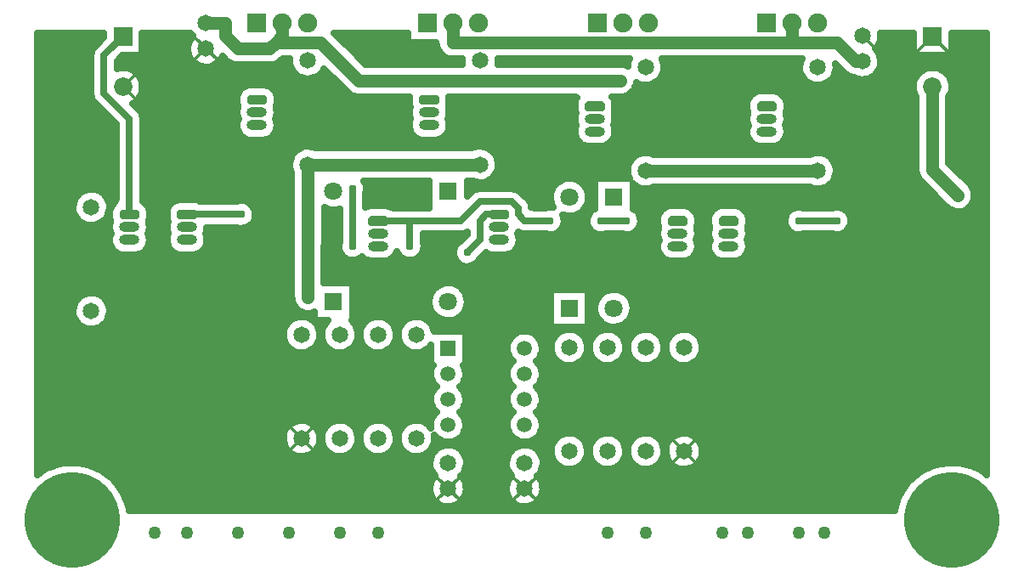
<source format=gbl>
G04 DipTrace 2.4.0.2*
%INClassBRevB.gbl*%
%MOIN*%
%ADD13C,0.025*%
%ADD14C,0.05*%
%ADD15C,0.013*%
%ADD16R,0.0728X0.0728*%
%ADD17C,0.0728*%
%ADD18C,0.065*%
%ADD19R,0.0709X0.0709*%
%ADD20C,0.0709*%
%ADD21C,0.375*%
%ADD22R,0.0748X0.0748*%
%ADD23C,0.0748*%
%ADD24O,0.0787X0.0394*%
%ADD25R,0.0591X0.0591*%
%ADD26C,0.0591*%
%ADD27C,0.031*%
%FSLAX44Y44*%
G04*
G70*
G90*
G75*
G01*
%LNBottom*%
%LPD*%
X-1250Y13000D2*
D14*
X-500D1*
Y12500D1*
X0Y12000D1*
X1250D1*
X1500Y12250D1*
X1750Y12500D1*
Y13000D1*
X1500Y12250D2*
X3250D1*
X4750Y10750D1*
X15000D1*
X-4500Y12484D2*
D13*
X-5250Y11734D1*
Y10250D1*
X-4250Y9250D1*
Y5500D1*
X9000Y4000D2*
X9500Y4500D1*
Y5250D1*
X9750Y5500D1*
X10250D1*
X141D2*
X-2000D1*
X24500Y11500D2*
D14*
X24250D1*
X23500Y12250D1*
X21862D1*
X21750Y12362D1*
Y13000D1*
X21862Y12250D2*
X8420D1*
Y13000D1*
X15250Y5250D2*
D13*
X14250D1*
X12250D2*
X11250D1*
X11000Y5500D1*
Y5750D1*
X10750Y6000D1*
X9500D1*
X8750Y5250D1*
X6750D1*
X5500D1*
X22000D2*
X23500D1*
X6750Y4250D2*
Y5250D1*
X28250Y6250D2*
D14*
X27250Y7250D1*
Y10516D1*
X4500Y4250D2*
D13*
Y6500D1*
X2750Y7463D2*
D14*
X9500D1*
X2750D2*
Y2250D1*
X16000Y7213D2*
X22750D1*
D27*
X15000Y10750D3*
X9000Y4000D3*
X141Y5500D3*
X15250Y5250D3*
X14250D3*
X12250D3*
X22000D3*
X23500D3*
X6750Y4250D3*
X28250Y6250D3*
X4500Y4250D3*
Y6500D3*
X2750Y2250D3*
X-7850Y12376D2*
D13*
X-5355D1*
X-3727D2*
X-1879D1*
X4046D2*
X6637D1*
X25222D2*
X26477D1*
X28023D2*
X29352D1*
X-7850Y12128D2*
X-5601D1*
X-3727D2*
X-1972D1*
X4296D2*
X7774D1*
X25129D2*
X26477D1*
X28023D2*
X29352D1*
X-7850Y11879D2*
X-5765D1*
X-3727D2*
X-1976D1*
X4543D2*
X7879D1*
X25125D2*
X26477D1*
X28023D2*
X29352D1*
X-7850Y11630D2*
X-5785D1*
X-4610D2*
X-1882D1*
X4793D2*
X8258D1*
X25222D2*
X29352D1*
X-7850Y11382D2*
X-5785D1*
X-4715D2*
X-1625D1*
X-875D2*
X-168D1*
X1418D2*
X2032D1*
X15089D2*
X15270D1*
X16730D2*
X22020D1*
X25226D2*
X29352D1*
X-7850Y11133D2*
X-5785D1*
X-4051D2*
X2141D1*
X3359D2*
X3446D1*
X16718D2*
X22032D1*
X23468D2*
X23696D1*
X25132D2*
X26801D1*
X27699D2*
X29352D1*
X-7850Y10884D2*
X-5785D1*
X-3825D2*
X2446D1*
X3054D2*
X3692D1*
X16609D2*
X22141D1*
X23359D2*
X24071D1*
X24879D2*
X26575D1*
X27925D2*
X29352D1*
X-7850Y10635D2*
X-5785D1*
X-3735D2*
X3942D1*
X16304D2*
X22446D1*
X23054D2*
X26485D1*
X28015D2*
X29352D1*
X-7850Y10387D2*
X-5785D1*
X-3739D2*
X75D1*
X1425D2*
X4192D1*
X15546D2*
X26489D1*
X28011D2*
X29352D1*
X-7850Y10138D2*
X-5773D1*
X-3829D2*
X-50D1*
X1550D2*
X4555D1*
X15195D2*
X20079D1*
X21421D2*
X26579D1*
X27921D2*
X29352D1*
X-7850Y9889D2*
X-5636D1*
X-4063D2*
X-54D1*
X1554D2*
X6696D1*
X8304D2*
X13200D1*
X14800D2*
X19950D1*
X21550D2*
X26590D1*
X27910D2*
X29352D1*
X-7850Y9641D2*
X-5386D1*
X-3895D2*
X-35D1*
X1535D2*
X6715D1*
X8285D2*
X13196D1*
X14804D2*
X19946D1*
X21554D2*
X26590D1*
X27910D2*
X29352D1*
X-7850Y9392D2*
X-5136D1*
X-3735D2*
X-43D1*
X1543D2*
X6707D1*
X8293D2*
X13215D1*
X14785D2*
X19965D1*
X21535D2*
X26590D1*
X27910D2*
X29352D1*
X-7850Y9143D2*
X-4890D1*
X-3715D2*
X-35D1*
X1535D2*
X6715D1*
X8285D2*
X13207D1*
X14793D2*
X19957D1*
X21543D2*
X26590D1*
X27910D2*
X29352D1*
X-7850Y8895D2*
X-4785D1*
X-3715D2*
X-43D1*
X1543D2*
X6707D1*
X8293D2*
X13215D1*
X14785D2*
X19965D1*
X21535D2*
X26590D1*
X27910D2*
X29352D1*
X-7850Y8646D2*
X-4785D1*
X-3715D2*
X67D1*
X1433D2*
X6817D1*
X8183D2*
X13207D1*
X14793D2*
X19957D1*
X21543D2*
X26590D1*
X27910D2*
X29352D1*
X-7850Y8397D2*
X-4785D1*
X-3715D2*
X13317D1*
X14683D2*
X20067D1*
X21433D2*
X26590D1*
X27910D2*
X29352D1*
X-7850Y8149D2*
X-4785D1*
X-3715D2*
X2543D1*
X2957D2*
X9293D1*
X9707D2*
X26590D1*
X27910D2*
X29352D1*
X-7850Y7900D2*
X-4785D1*
X-3715D2*
X2164D1*
X10086D2*
X15797D1*
X16203D2*
X22547D1*
X22953D2*
X26590D1*
X27910D2*
X29352D1*
X-7850Y7651D2*
X-4785D1*
X-3715D2*
X2039D1*
X10211D2*
X15418D1*
X23332D2*
X26590D1*
X27910D2*
X29352D1*
X-7850Y7403D2*
X-4785D1*
X-3715D2*
X2016D1*
X10234D2*
X15289D1*
X23461D2*
X26590D1*
X28019D2*
X29352D1*
X-7850Y7154D2*
X-4785D1*
X-3715D2*
X2086D1*
X10164D2*
X15266D1*
X23484D2*
X26598D1*
X28269D2*
X29352D1*
X-7850Y6905D2*
X-4785D1*
X-3715D2*
X2090D1*
X9964D2*
X12860D1*
X13139D2*
X13985D1*
X23414D2*
X26692D1*
X28519D2*
X29352D1*
X-7850Y6656D2*
X-4785D1*
X-3715D2*
X2090D1*
X5043D2*
X7485D1*
X9015D2*
X12414D1*
X13586D2*
X13985D1*
X23214D2*
X26922D1*
X28761D2*
X29352D1*
X-7850Y6408D2*
X-6121D1*
X-5379D2*
X-4785D1*
X-3715D2*
X2090D1*
X5058D2*
X7485D1*
X9015D2*
X9168D1*
X11082D2*
X12274D1*
X13726D2*
X13985D1*
X15515D2*
X27168D1*
X28890D2*
X29352D1*
X-7850Y6159D2*
X-6379D1*
X-5121D2*
X-4785D1*
X-3715D2*
X2090D1*
X5035D2*
X7485D1*
X11336D2*
X12235D1*
X13765D2*
X13985D1*
X15515D2*
X27418D1*
X28902D2*
X29352D1*
X-7850Y5910D2*
X-6472D1*
X-5028D2*
X-4903D1*
X-3598D2*
X-2652D1*
X515D2*
X2090D1*
X5035D2*
X7485D1*
X11507D2*
X12286D1*
X13714D2*
X13985D1*
X15515D2*
X27668D1*
X28812D2*
X29352D1*
X-7850Y5662D2*
X-6472D1*
X-3454D2*
X-2796D1*
X679D2*
X2090D1*
X3410D2*
X3965D1*
X13558D2*
X13875D1*
X15625D2*
X16602D1*
X17898D2*
X18602D1*
X19898D2*
X21625D1*
X23875D2*
X27985D1*
X28515D2*
X29352D1*
X-7850Y5413D2*
X-6379D1*
X-3446D2*
X-2804D1*
X699D2*
X2090D1*
X3410D2*
X3965D1*
X12789D2*
X13711D1*
X15789D2*
X16454D1*
X18046D2*
X18454D1*
X20046D2*
X21461D1*
X24039D2*
X29352D1*
X-7850Y5164D2*
X-6113D1*
X-5387D2*
X-5031D1*
X-3469D2*
X-2781D1*
X589D2*
X2090D1*
X3410D2*
X3965D1*
X12808D2*
X13692D1*
X15808D2*
X16446D1*
X18054D2*
X18446D1*
X20054D2*
X21442D1*
X24058D2*
X29352D1*
X-7850Y4916D2*
X-5046D1*
X-3454D2*
X-2796D1*
X-1204D2*
X2090D1*
X3410D2*
X3965D1*
X12699D2*
X13801D1*
X15699D2*
X16469D1*
X18031D2*
X18469D1*
X20031D2*
X21551D1*
X23949D2*
X29352D1*
X-7850Y4667D2*
X-5031D1*
X-3469D2*
X-2781D1*
X-1219D2*
X2090D1*
X3410D2*
X3965D1*
X7285D2*
X8922D1*
X11031D2*
X16454D1*
X18046D2*
X18454D1*
X20046D2*
X29352D1*
X-7850Y4418D2*
X-5046D1*
X-3454D2*
X-2796D1*
X-1204D2*
X2090D1*
X3410D2*
X3961D1*
X7289D2*
X8633D1*
X11046D2*
X16473D1*
X18027D2*
X18473D1*
X20027D2*
X29352D1*
X-7850Y4170D2*
X-4949D1*
X-3551D2*
X-2699D1*
X-1301D2*
X2090D1*
X3410D2*
X3942D1*
X7308D2*
X8461D1*
X10949D2*
X16454D1*
X18046D2*
X18454D1*
X20046D2*
X29352D1*
X-7850Y3921D2*
X-4527D1*
X-3973D2*
X-2277D1*
X-1723D2*
X2090D1*
X3410D2*
X4047D1*
X6203D2*
X6298D1*
X7203D2*
X8442D1*
X9668D2*
X9973D1*
X10527D2*
X16547D1*
X17953D2*
X18547D1*
X19953D2*
X29352D1*
X-7850Y3672D2*
X2090D1*
X3410D2*
X5211D1*
X5789D2*
X8547D1*
X9453D2*
X16961D1*
X17539D2*
X18961D1*
X19539D2*
X29352D1*
X-7850Y3424D2*
X2090D1*
X3410D2*
X29352D1*
X-7850Y3175D2*
X2090D1*
X3410D2*
X29352D1*
X-7850Y2926D2*
X2090D1*
X3410D2*
X29352D1*
X-7850Y2677D2*
X2090D1*
X4515D2*
X7797D1*
X8703D2*
X29352D1*
X-7850Y2429D2*
X2090D1*
X4515D2*
X7575D1*
X8925D2*
X12235D1*
X13765D2*
X14297D1*
X15203D2*
X29352D1*
X-7850Y2180D2*
X-6308D1*
X-5192D2*
X2094D1*
X4515D2*
X7493D1*
X9007D2*
X12235D1*
X13765D2*
X14079D1*
X15421D2*
X29352D1*
X-7850Y1931D2*
X-6449D1*
X-5051D2*
X2176D1*
X4515D2*
X7500D1*
X9000D2*
X12235D1*
X13765D2*
X13993D1*
X15507D2*
X29352D1*
X-7850Y1683D2*
X-6484D1*
X-5016D2*
X2442D1*
X4515D2*
X7598D1*
X8902D2*
X12235D1*
X13765D2*
X14000D1*
X15500D2*
X29352D1*
X-7850Y1434D2*
X-6429D1*
X-5071D2*
X2184D1*
X2816D2*
X2985D1*
X4515D2*
X5184D1*
X5816D2*
X6684D1*
X7316D2*
X7856D1*
X8644D2*
X12235D1*
X13765D2*
X14098D1*
X15402D2*
X29352D1*
X-7850Y1185D2*
X-6250D1*
X-5250D2*
X1887D1*
X3113D2*
X3387D1*
X4613D2*
X4887D1*
X6113D2*
X6387D1*
X7613D2*
X12235D1*
X13765D2*
X14356D1*
X15144D2*
X29352D1*
X-7850Y937D2*
X1782D1*
X7718D2*
X12688D1*
X13312D2*
X14188D1*
X14812D2*
X15688D1*
X16312D2*
X17188D1*
X17812D2*
X29352D1*
X-7850Y688D2*
X1774D1*
X8957D2*
X10704D1*
X11796D2*
X12391D1*
X13609D2*
X13891D1*
X15109D2*
X15391D1*
X16609D2*
X16891D1*
X18109D2*
X29352D1*
X-7850Y439D2*
X1856D1*
X3144D2*
X3356D1*
X4644D2*
X4856D1*
X6144D2*
X6356D1*
X8957D2*
X10571D1*
X11929D2*
X12282D1*
X18218D2*
X29352D1*
X-7850Y191D2*
X2090D1*
X2910D2*
X3590D1*
X4410D2*
X5090D1*
X5910D2*
X6590D1*
X7410D2*
X7544D1*
X8957D2*
X10547D1*
X11953D2*
X12274D1*
X18226D2*
X29352D1*
X-7850Y-58D2*
X7543D1*
X8957D2*
X10618D1*
X11882D2*
X12356D1*
X13644D2*
X13856D1*
X15144D2*
X15356D1*
X16644D2*
X16856D1*
X18144D2*
X29352D1*
X-7850Y-307D2*
X7543D1*
X8957D2*
X10707D1*
X11793D2*
X12586D1*
X13414D2*
X14086D1*
X14914D2*
X15586D1*
X16414D2*
X17086D1*
X17914D2*
X29352D1*
X-7850Y-555D2*
X7575D1*
X8925D2*
X10575D1*
X11925D2*
X29352D1*
X-7850Y-804D2*
X7547D1*
X8953D2*
X10547D1*
X11953D2*
X29352D1*
X-7850Y-1053D2*
X7618D1*
X8882D2*
X10618D1*
X11882D2*
X29352D1*
X-7850Y-1302D2*
X7715D1*
X8785D2*
X10715D1*
X11785D2*
X29352D1*
X-7850Y-1550D2*
X7575D1*
X8925D2*
X10575D1*
X11925D2*
X29352D1*
X-7850Y-1799D2*
X7547D1*
X8953D2*
X10547D1*
X11953D2*
X29352D1*
X-7850Y-2048D2*
X7614D1*
X8886D2*
X10614D1*
X11886D2*
X29352D1*
X-7850Y-2296D2*
X7719D1*
X8781D2*
X10719D1*
X11781D2*
X29352D1*
X-7850Y-2545D2*
X7575D1*
X8925D2*
X10575D1*
X11925D2*
X29352D1*
X-7850Y-2794D2*
X1965D1*
X3035D2*
X3465D1*
X4535D2*
X4965D1*
X6035D2*
X6465D1*
X8953D2*
X10547D1*
X11953D2*
X29352D1*
X-7850Y-3042D2*
X1809D1*
X3191D2*
X3308D1*
X4691D2*
X4808D1*
X6191D2*
X6308D1*
X8890D2*
X10610D1*
X11890D2*
X29352D1*
X-7850Y-3291D2*
X1766D1*
X7734D2*
X7811D1*
X8687D2*
X10813D1*
X11687D2*
X12469D1*
X13531D2*
X13969D1*
X15031D2*
X15469D1*
X16531D2*
X16969D1*
X18031D2*
X29352D1*
X-7850Y-3540D2*
X1813D1*
X3187D2*
X3313D1*
X4687D2*
X4813D1*
X6187D2*
X6313D1*
X7687D2*
X12309D1*
X13691D2*
X13808D1*
X15191D2*
X15308D1*
X16691D2*
X16808D1*
X18191D2*
X29352D1*
X-7850Y-3788D2*
X1973D1*
X3027D2*
X3473D1*
X4527D2*
X4973D1*
X6027D2*
X6473D1*
X7527D2*
X7682D1*
X8812D2*
X10688D1*
X11812D2*
X12266D1*
X18234D2*
X29352D1*
X-7850Y-4037D2*
X7547D1*
X8953D2*
X10547D1*
X11953D2*
X12309D1*
X13691D2*
X13808D1*
X15191D2*
X15308D1*
X16691D2*
X16808D1*
X18191D2*
X29352D1*
X-7850Y-4286D2*
X-6976D1*
X-6024D2*
X7516D1*
X8984D2*
X10516D1*
X11984D2*
X12469D1*
X13531D2*
X13969D1*
X15031D2*
X15469D1*
X16531D2*
X16969D1*
X18031D2*
X27524D1*
X28476D2*
X29352D1*
X-7850Y-4534D2*
X-7640D1*
X-5360D2*
X7575D1*
X8925D2*
X10575D1*
X11925D2*
X26860D1*
X29140D2*
X29352D1*
X-5004Y-4783D2*
X7692D1*
X8808D2*
X10692D1*
X11808D2*
X26504D1*
X-4758Y-5032D2*
X7551D1*
X8949D2*
X10551D1*
X11949D2*
X26258D1*
X-4571Y-5281D2*
X7516D1*
X8984D2*
X10516D1*
X11984D2*
X26071D1*
X-4434Y-5529D2*
X7571D1*
X8929D2*
X10571D1*
X11929D2*
X25934D1*
X-4332Y-5778D2*
X7750D1*
X8750D2*
X10750D1*
X11750D2*
X25832D1*
X-4266Y-6027D2*
X25766D1*
X-3751Y12628D2*
Y11735D1*
X-4528D1*
X-4739Y11524D1*
X-4740Y11223D1*
X-4654Y11249D1*
X-4530Y11264D1*
X-4406Y11259D1*
X-4284Y11233D1*
X-4167Y11187D1*
X-4061Y11122D1*
X-3966Y11041D1*
X-3886Y10945D1*
X-3823Y10837D1*
X-3779Y10720D1*
X-3755Y10598D1*
X-3752Y10466D1*
X-3771Y10342D1*
X-3810Y10224D1*
X-3868Y10113D1*
X-3944Y10014D1*
X-4035Y9928D1*
X-4138Y9860D1*
X-3889Y9611D1*
X-3813Y9512D1*
X-3762Y9398D1*
X-3740Y9250D1*
Y6020D1*
X-3584Y5871D1*
X-3527Y5798D1*
X-3489Y5713D1*
X-3471Y5598D1*
Y5402D1*
X-3489Y5287D1*
X-3492Y5154D1*
X-3471Y5000D1*
X-3485Y4876D1*
X-3530Y4748D1*
X-3492Y4654D1*
X-3471Y4500D1*
X-3485Y4376D1*
X-3524Y4258D1*
X-3588Y4150D1*
X-3673Y4059D1*
X-3776Y3988D1*
X-3891Y3941D1*
X-4014Y3919D1*
X-4447Y3918D1*
X-4533Y3924D1*
X-4653Y3956D1*
X-4765Y4013D1*
X-4861Y4091D1*
X-4939Y4189D1*
X-4994Y4301D1*
X-5023Y4422D1*
X-5027Y4547D1*
X-5003Y4670D1*
X-4971Y4745D1*
X-5023Y4922D1*
X-5027Y5047D1*
X-5003Y5170D1*
X-4984Y5216D1*
X-5011Y5287D1*
X-5029Y5402D1*
Y5598D1*
X-5009Y5721D1*
X-4948Y5834D1*
X-4815Y5971D1*
X-4760Y6125D1*
Y9035D1*
X-5611Y9889D1*
X-5687Y9988D1*
X-5738Y10102D1*
X-5760Y10250D1*
Y11734D1*
X-5745Y11858D1*
X-5700Y11974D1*
X-5611Y12095D1*
X-5249Y12457D1*
X-5250Y12625D1*
X-7875D1*
Y-4707D1*
X-7708Y-4590D1*
X-7490Y-4468D1*
X-7260Y-4372D1*
X-7020Y-4301D1*
X-6774Y-4257D1*
X-6525Y-4240D1*
X-6275Y-4251D1*
X-6028Y-4290D1*
X-5787Y-4355D1*
X-5555Y-4447D1*
X-5334Y-4564D1*
X-5128Y-4704D1*
X-4938Y-4867D1*
X-4767Y-5049D1*
X-4617Y-5250D1*
X-4491Y-5465D1*
X-4389Y-5693D1*
X-4313Y-5931D1*
X-4272Y-6126D1*
X23750Y-6125D1*
X25770D1*
X25833Y-5859D1*
X25917Y-5624D1*
X26026Y-5399D1*
X26160Y-5188D1*
X26316Y-4993D1*
X26493Y-4816D1*
X26688Y-4660D1*
X26899Y-4526D1*
X27124Y-4417D1*
X27359Y-4333D1*
X27602Y-4275D1*
X27850Y-4245D1*
X28100Y-4242D1*
X28349Y-4267D1*
X28593Y-4319D1*
X28830Y-4398D1*
X29057Y-4502D1*
X29271Y-4631D1*
X29376Y-4707D1*
X29375Y12625D1*
X27996D1*
X27999Y12433D1*
Y11735D1*
X26501D1*
X26500Y12625D1*
X25199D1*
X25209Y12475D1*
X25194Y12351D1*
X25157Y12232D1*
X25100Y12121D1*
X25024Y12022D1*
X25003Y12000D1*
X25066Y11928D1*
X25132Y11823D1*
X25179Y11707D1*
X25205Y11585D1*
X25210Y11500D1*
X25199Y11376D1*
X25166Y11255D1*
X25113Y11142D1*
X25041Y11040D1*
X24952Y10953D1*
X24849Y10882D1*
X24735Y10830D1*
X24614Y10799D1*
X24490Y10790D1*
X24366Y10803D1*
X24246Y10837D1*
X24179Y10870D1*
X24006Y10914D1*
X23896Y10973D1*
X23801Y11051D1*
X23450Y11402D1*
X23460Y11287D1*
X23449Y11163D1*
X23416Y11043D1*
X23363Y10930D1*
X23291Y10828D1*
X23202Y10740D1*
X23099Y10669D1*
X22985Y10618D1*
X22864Y10587D1*
X22740Y10578D1*
X22616Y10590D1*
X22496Y10625D1*
X22384Y10679D1*
X22283Y10753D1*
X22196Y10843D1*
X22127Y10947D1*
X22077Y11061D1*
X22048Y11183D1*
X22040Y11307D1*
X22055Y11431D1*
X22091Y11551D1*
X22124Y11617D1*
X19862Y11615D1*
X16632Y11610D1*
X16679Y11494D1*
X16705Y11372D1*
X16710Y11287D1*
X16699Y11163D1*
X16666Y11043D1*
X16613Y10930D1*
X16541Y10828D1*
X16452Y10740D1*
X16349Y10669D1*
X16235Y10618D1*
X16114Y10587D1*
X15990Y10578D1*
X15866Y10590D1*
X15746Y10625D1*
X15630Y10682D1*
X15622Y10623D1*
X15585Y10504D1*
X15526Y10394D1*
X15446Y10298D1*
X15349Y10220D1*
X15239Y10162D1*
X15119Y10126D1*
X14875Y10115D1*
X14668D1*
X14723Y10048D1*
X14761Y9963D1*
X14779Y9848D1*
Y9652D1*
X14761Y9537D1*
X14758Y9404D1*
X14779Y9250D1*
X14765Y9126D1*
X14720Y8998D1*
X14758Y8904D1*
X14779Y8750D1*
X14765Y8626D1*
X14726Y8508D1*
X14662Y8400D1*
X14577Y8309D1*
X14474Y8238D1*
X14359Y8191D1*
X14236Y8169D1*
X13803Y8168D1*
X13717Y8174D1*
X13597Y8206D1*
X13485Y8263D1*
X13389Y8341D1*
X13311Y8439D1*
X13256Y8551D1*
X13227Y8672D1*
X13223Y8797D1*
X13247Y8920D1*
X13279Y8995D1*
X13227Y9172D1*
X13223Y9297D1*
X13247Y9420D1*
X13266Y9466D1*
X13239Y9537D1*
X13221Y9652D1*
Y9848D1*
X13241Y9971D1*
X13302Y10084D1*
X13277Y10047D1*
X13250Y10115D1*
X8277D1*
X8279Y9902D1*
X8261Y9787D1*
X8258Y9654D1*
X8279Y9500D1*
X8265Y9376D1*
X8220Y9248D1*
X8258Y9154D1*
X8279Y9000D1*
X8265Y8876D1*
X8226Y8758D1*
X8162Y8650D1*
X8077Y8559D1*
X7974Y8488D1*
X7859Y8441D1*
X7736Y8419D1*
X7303Y8418D1*
X7217Y8424D1*
X7097Y8456D1*
X6985Y8513D1*
X6889Y8591D1*
X6811Y8689D1*
X6756Y8801D1*
X6727Y8922D1*
X6723Y9047D1*
X6747Y9170D1*
X6779Y9245D1*
X6727Y9422D1*
X6723Y9547D1*
X6747Y9670D1*
X6766Y9716D1*
X6739Y9787D1*
X6721Y9902D1*
X6722Y10102D1*
X6625Y10115D1*
X4750D1*
X4626Y10127D1*
X4506Y10164D1*
X4396Y10223D1*
X4301Y10301D1*
X3381Y11221D1*
X3363Y11180D1*
X3291Y11078D1*
X3202Y10990D1*
X3099Y10919D1*
X2985Y10868D1*
X2864Y10837D1*
X2740Y10828D1*
X2616Y10840D1*
X2496Y10875D1*
X2384Y10929D1*
X2283Y11003D1*
X2196Y11093D1*
X2127Y11197D1*
X2077Y11311D1*
X2048Y11433D1*
X2040Y11557D1*
X2047Y11616D1*
X1762Y11615D1*
X1603Y11472D1*
X1492Y11413D1*
X1373Y11377D1*
X1250Y11365D1*
X0D1*
X-124Y11377D1*
X-244Y11414D1*
X-354Y11473D1*
X-449Y11551D1*
X-606Y11708D1*
X-650Y11621D1*
X-726Y11522D1*
X-818Y11437D1*
X-923Y11370D1*
X-1038Y11322D1*
X-1160Y11296D1*
X-1285Y11291D1*
X-1409Y11308D1*
X-1527Y11347D1*
X-1638Y11405D1*
X-1736Y11482D1*
X-1819Y11576D1*
X-1885Y11682D1*
X-1930Y11798D1*
X-1955Y11920D1*
X-1958Y12045D1*
X-1940Y12168D1*
X-1899Y12287D1*
X-1839Y12396D1*
X-1753Y12500D1*
X-1849Y12624D1*
X-3754Y12625D1*
X27989Y10391D2*
X27958Y10270D1*
X27884Y10120D1*
X27885Y7512D1*
X28699Y6699D1*
X28778Y6603D1*
X28837Y6492D1*
X28873Y6373D1*
X28885Y6249D1*
X28872Y6125D1*
X28836Y6005D1*
X28777Y5895D1*
X28697Y5799D1*
X28600Y5720D1*
X28490Y5662D1*
X28370Y5627D1*
X28246Y5615D1*
X28122Y5628D1*
X28003Y5665D1*
X27893Y5725D1*
X27713Y5889D1*
X26801Y6801D1*
X26722Y6897D1*
X26663Y7008D1*
X26627Y7127D1*
X26615Y7250D1*
Y10121D1*
X26583Y10175D1*
X26535Y10291D1*
X26508Y10412D1*
X26501Y10537D1*
X26515Y10661D1*
X26549Y10781D1*
X26603Y10894D1*
X26675Y10996D1*
X26763Y11085D1*
X26864Y11158D1*
X26976Y11213D1*
X27096Y11249D1*
X27220Y11264D1*
X27344Y11259D1*
X27466Y11233D1*
X27583Y11187D1*
X27689Y11122D1*
X27784Y11041D1*
X27864Y10945D1*
X27927Y10837D1*
X27971Y10720D1*
X27995Y10598D1*
X27999Y10516D1*
X27989Y10391D1*
X8959Y-5275D2*
X8944Y-5399D1*
X8907Y-5518D1*
X8850Y-5629D1*
X8774Y-5728D1*
X8682Y-5813D1*
X8577Y-5880D1*
X8462Y-5928D1*
X8340Y-5954D1*
X8215Y-5959D1*
X8091Y-5942D1*
X7973Y-5903D1*
X7862Y-5845D1*
X7764Y-5768D1*
X7681Y-5674D1*
X7615Y-5568D1*
X7570Y-5452D1*
X7545Y-5330D1*
X7542Y-5205D1*
X7560Y-5082D1*
X7601Y-4963D1*
X7661Y-4854D1*
X7747Y-4750D1*
X7696Y-4694D1*
X7627Y-4590D1*
X7577Y-4476D1*
X7548Y-4355D1*
X7540Y-4230D1*
X7555Y-4106D1*
X7591Y-3986D1*
X7647Y-3875D1*
X7722Y-3775D1*
X7814Y-3690D1*
X7919Y-3622D1*
X8034Y-3574D1*
X8155Y-3547D1*
X8280Y-3541D1*
X8404Y-3557D1*
X8523Y-3595D1*
X8633Y-3653D1*
X8732Y-3729D1*
X8816Y-3822D1*
X8882Y-3927D1*
X8929Y-4043D1*
X8955Y-4165D1*
X8960Y-4250D1*
X8949Y-4374D1*
X8916Y-4495D1*
X8863Y-4608D1*
X8791Y-4710D1*
X8749Y-4751D1*
X8801Y-4802D1*
X8871Y-4905D1*
X8921Y-5019D1*
X8951Y-5141D1*
X8959Y-5275D1*
X11959D2*
X11944Y-5399D1*
X11907Y-5518D1*
X11850Y-5629D1*
X11774Y-5728D1*
X11682Y-5813D1*
X11577Y-5880D1*
X11462Y-5928D1*
X11340Y-5954D1*
X11215Y-5959D1*
X11091Y-5942D1*
X10973Y-5903D1*
X10862Y-5845D1*
X10764Y-5768D1*
X10681Y-5674D1*
X10615Y-5568D1*
X10570Y-5452D1*
X10545Y-5330D1*
X10542Y-5205D1*
X10560Y-5082D1*
X10601Y-4963D1*
X10661Y-4854D1*
X10747Y-4750D1*
X10696Y-4694D1*
X10627Y-4590D1*
X10577Y-4476D1*
X10548Y-4355D1*
X10540Y-4230D1*
X10555Y-4106D1*
X10591Y-3986D1*
X10647Y-3875D1*
X10722Y-3775D1*
X10814Y-3690D1*
X10919Y-3622D1*
X11034Y-3574D1*
X11155Y-3547D1*
X11280Y-3541D1*
X11404Y-3557D1*
X11523Y-3595D1*
X11633Y-3653D1*
X11732Y-3729D1*
X11816Y-3822D1*
X11882Y-3927D1*
X11929Y-4043D1*
X11955Y-4165D1*
X11960Y-4250D1*
X11949Y-4374D1*
X11916Y-4495D1*
X11863Y-4608D1*
X11791Y-4710D1*
X11749Y-4751D1*
X11801Y-4802D1*
X11871Y-4905D1*
X11921Y-5019D1*
X11951Y-5141D1*
X11959Y-5275D1*
X3382Y2814D2*
X4489D1*
Y1335D1*
X4454D1*
X4566Y1216D1*
X4632Y1110D1*
X4679Y994D1*
X4705Y872D1*
X4710Y787D1*
X4699Y663D1*
X4666Y543D1*
X4613Y430D1*
X4541Y328D1*
X4452Y240D1*
X4349Y169D1*
X4235Y118D1*
X4114Y87D1*
X3990Y78D1*
X3866Y90D1*
X3746Y125D1*
X3634Y179D1*
X3533Y253D1*
X3446Y343D1*
X3377Y447D1*
X3327Y561D1*
X3298Y683D1*
X3290Y807D1*
X3305Y931D1*
X3341Y1051D1*
X3397Y1162D1*
X3472Y1262D1*
X3549Y1334D1*
X3011Y1335D1*
Y1668D1*
X2872Y1627D1*
X2747Y1615D1*
X2623Y1628D1*
X2504Y1665D1*
X2394Y1724D1*
X2298Y1804D1*
X2220Y1901D1*
X2162Y2011D1*
X2126Y2131D1*
X2115Y2375D1*
Y7145D1*
X2077Y7237D1*
X2048Y7358D1*
X2040Y7483D1*
X2055Y7607D1*
X2091Y7726D1*
X2147Y7838D1*
X2222Y7937D1*
X2314Y8022D1*
X2419Y8090D1*
X2534Y8139D1*
X2655Y8166D1*
X2780Y8172D1*
X2904Y8156D1*
X3061Y8098D1*
X9184D1*
X9284Y8139D1*
X9405Y8166D1*
X9530Y8172D1*
X9654Y8156D1*
X9773Y8118D1*
X9883Y8060D1*
X9982Y7983D1*
X10066Y7891D1*
X10132Y7785D1*
X10179Y7669D1*
X10205Y7547D1*
X10210Y7463D1*
X10199Y7338D1*
X10166Y7218D1*
X10113Y7105D1*
X10041Y7003D1*
X9952Y6915D1*
X9849Y6845D1*
X9735Y6793D1*
X9614Y6762D1*
X9490Y6753D1*
X9366Y6766D1*
X9246Y6800D1*
X9186Y6829D1*
X8988Y6828D1*
X8989Y6207D1*
X9139Y6361D1*
X9238Y6437D1*
X9352Y6488D1*
X9500Y6510D1*
X10750D1*
X10874Y6495D1*
X10990Y6450D1*
X11111Y6361D1*
X11361Y6111D1*
X11437Y6012D1*
X11488Y5898D1*
X11509Y5772D1*
X11500Y5848D1*
X11625Y5760D1*
X12083Y5764D1*
X12205Y5788D1*
X12330Y5784D1*
X12379Y5771D1*
X12330Y5863D1*
X12287Y5980D1*
X12264Y6103D1*
X12263Y6227D1*
X12282Y6351D1*
X12322Y6469D1*
X12381Y6579D1*
X12458Y6678D1*
X12550Y6762D1*
X12655Y6829D1*
X12770Y6878D1*
X12891Y6907D1*
X13016Y6914D1*
X13140Y6901D1*
X13260Y6867D1*
X13373Y6814D1*
X13475Y6742D1*
X13564Y6654D1*
X13636Y6552D1*
X13690Y6440D1*
X13725Y6320D1*
X13739Y6175D1*
X13729Y6051D1*
X13697Y5930D1*
X13646Y5816D1*
X13577Y5712D1*
X13491Y5622D1*
X13390Y5547D1*
X13279Y5491D1*
X13160Y5453D1*
X13036Y5437D1*
X12912Y5441D1*
X12789Y5467D1*
X12735Y5488D1*
X12771Y5391D1*
X12790Y5250D1*
X12776Y5126D1*
X12733Y5009D1*
X12665Y4904D1*
X12575Y4818D1*
X12467Y4755D1*
X12348Y4719D1*
X12223Y4711D1*
X12082Y4739D1*
X11250Y4740D1*
X11126Y4755D1*
X11007Y4802D1*
X10970Y4748D1*
X11008Y4654D1*
X11029Y4500D1*
X11015Y4376D1*
X10976Y4258D1*
X10912Y4150D1*
X10827Y4059D1*
X10724Y3988D1*
X10609Y3941D1*
X10486Y3919D1*
X10053Y3918D1*
X9967Y3924D1*
X9847Y3956D1*
X9732Y4015D1*
X9483Y3759D1*
X9415Y3654D1*
X9325Y3568D1*
X9217Y3505D1*
X9098Y3469D1*
X8973Y3461D1*
X8850Y3481D1*
X8735Y3529D1*
X8634Y3603D1*
X8553Y3697D1*
X8495Y3808D1*
X8465Y3929D1*
X8463Y4053D1*
X8489Y4175D1*
X8543Y4288D1*
X8621Y4385D1*
X8720Y4462D1*
X8759Y4479D1*
X8990Y4711D1*
Y4801D1*
X8852Y4750D1*
X8625Y4740D1*
X7262D1*
X7260Y4426D1*
X7290Y4268D1*
X7276Y4126D1*
X7233Y4009D1*
X7165Y3904D1*
X7075Y3818D1*
X6967Y3755D1*
X6848Y3719D1*
X6723Y3711D1*
X6600Y3731D1*
X6485Y3779D1*
X6384Y3853D1*
X6303Y3947D1*
X6247Y4054D1*
X6162Y3900D1*
X6077Y3809D1*
X5974Y3738D1*
X5859Y3691D1*
X5736Y3669D1*
X5303Y3668D1*
X5217Y3674D1*
X5097Y3706D1*
X4985Y3763D1*
X4872Y3863D1*
X4825Y3818D1*
X4717Y3755D1*
X4598Y3719D1*
X4473Y3711D1*
X4350Y3731D1*
X4235Y3779D1*
X4134Y3853D1*
X4053Y3947D1*
X3995Y4058D1*
X3965Y4179D1*
X3963Y4303D1*
X3991Y4429D1*
X3990Y5723D1*
X3786Y5687D1*
X3662Y5691D1*
X3539Y5717D1*
X3386Y5784D1*
X3385Y2810D1*
X7511Y5760D2*
Y6830D1*
X6875Y6828D1*
X4926D1*
X4975Y6757D1*
X5021Y6641D1*
X5040Y6500D1*
X5026Y6376D1*
X5011Y6336D1*
X5010Y5777D1*
X5090Y5814D1*
X5205Y5832D1*
X5795D1*
X5907Y5815D1*
X5994Y5776D1*
X6125Y5760D1*
X7512D1*
X8979Y1950D2*
X8947Y1830D1*
X8896Y1716D1*
X8827Y1612D1*
X8741Y1522D1*
X8640Y1447D1*
X8529Y1390D1*
X8410Y1353D1*
X8286Y1336D1*
X8162Y1341D1*
X8039Y1366D1*
X7923Y1412D1*
X7816Y1476D1*
X7722Y1558D1*
X7642Y1654D1*
X7580Y1762D1*
X7537Y1879D1*
X7514Y2002D1*
X7513Y2127D1*
X7532Y2250D1*
X7572Y2369D1*
X7631Y2479D1*
X7708Y2577D1*
X7800Y2661D1*
X7905Y2729D1*
X8020Y2777D1*
X8141Y2806D1*
X8266Y2814D1*
X8390Y2801D1*
X8510Y2767D1*
X8623Y2713D1*
X8725Y2641D1*
X8814Y2553D1*
X8886Y2452D1*
X8940Y2339D1*
X8975Y2219D1*
X8989Y2075D1*
X8979Y1950D1*
X12386Y2564D2*
X13739D1*
Y1085D1*
X12261D1*
Y2564D1*
X12386D1*
X14136Y6915D2*
X15358D1*
X15327Y6987D1*
X15298Y7108D1*
X15290Y7233D1*
X15305Y7357D1*
X15341Y7476D1*
X15397Y7588D1*
X15472Y7687D1*
X15564Y7772D1*
X15669Y7840D1*
X15784Y7889D1*
X15905Y7916D1*
X16030Y7922D1*
X16154Y7906D1*
X16311Y7848D1*
X22434D1*
X22534Y7889D1*
X22655Y7916D1*
X22780Y7922D1*
X22904Y7906D1*
X23023Y7868D1*
X23133Y7810D1*
X23232Y7733D1*
X23316Y7641D1*
X23382Y7535D1*
X23429Y7419D1*
X23455Y7297D1*
X23460Y7213D1*
X23449Y7088D1*
X23416Y6968D1*
X23363Y6855D1*
X23291Y6753D1*
X23202Y6665D1*
X23099Y6595D1*
X22985Y6543D1*
X22864Y6512D1*
X22740Y6503D1*
X22616Y6516D1*
X22496Y6550D1*
X22436Y6579D1*
X16316Y6578D1*
X16235Y6543D1*
X16114Y6512D1*
X15990Y6503D1*
X15866Y6516D1*
X15746Y6550D1*
X15634Y6605D1*
X15533Y6678D1*
X15487Y6726D1*
X15489Y5731D1*
X15560Y5692D1*
X15653Y5609D1*
X15725Y5507D1*
X15771Y5391D1*
X15790Y5250D1*
X15776Y5126D1*
X15733Y5009D1*
X15665Y4904D1*
X15575Y4818D1*
X15467Y4755D1*
X15348Y4719D1*
X15223Y4711D1*
X15082Y4739D1*
X14426Y4740D1*
X14348Y4719D1*
X14223Y4711D1*
X14100Y4731D1*
X13985Y4779D1*
X13884Y4853D1*
X13803Y4947D1*
X13745Y5058D1*
X13715Y5179D1*
X13713Y5303D1*
X13739Y5425D1*
X13793Y5538D1*
X13871Y5635D1*
X13970Y5712D1*
X14009Y5729D1*
X14011Y6915D1*
X14136D1*
X15479Y1700D2*
X15447Y1580D1*
X15396Y1466D1*
X15327Y1362D1*
X15241Y1272D1*
X15140Y1197D1*
X15029Y1140D1*
X14910Y1103D1*
X14786Y1086D1*
X14662Y1091D1*
X14539Y1116D1*
X14423Y1162D1*
X14316Y1226D1*
X14222Y1308D1*
X14142Y1404D1*
X14080Y1512D1*
X14037Y1629D1*
X14014Y1752D1*
X14013Y1877D1*
X14032Y2000D1*
X14072Y2119D1*
X14131Y2229D1*
X14208Y2327D1*
X14300Y2411D1*
X14405Y2479D1*
X14520Y2527D1*
X14641Y2556D1*
X14766Y2564D1*
X14890Y2551D1*
X15010Y2517D1*
X15123Y2463D1*
X15225Y2391D1*
X15314Y2303D1*
X15386Y2202D1*
X15440Y2089D1*
X15475Y1969D1*
X15489Y1825D1*
X15479Y1700D1*
X7784Y12241D2*
X6661D1*
Y12628D1*
X5750Y12625D1*
X3770D1*
X4495Y11904D1*
X5011Y11387D1*
X8809Y11385D1*
X8790Y11557D1*
X8797Y11616D1*
X8420Y11615D1*
X8296Y11627D1*
X8176Y11664D1*
X8066Y11723D1*
X7970Y11802D1*
X7891Y11899D1*
X7833Y12009D1*
X7796Y12135D1*
X-2600Y5936D2*
X-2495Y6026D1*
X-2410Y6064D1*
X-2295Y6082D1*
X-1705D1*
X-1593Y6065D1*
X-1506Y6026D1*
X-1375Y6010D1*
X-26Y6014D1*
X96Y6038D1*
X221Y6034D1*
X341Y6001D1*
X451Y5942D1*
X544Y5859D1*
X616Y5757D1*
X662Y5641D1*
X681Y5500D1*
X666Y5376D1*
X624Y5259D1*
X556Y5154D1*
X465Y5068D1*
X358Y5005D1*
X238Y4969D1*
X114Y4961D1*
X-27Y4989D1*
X-1223Y4990D1*
X-1235Y4876D1*
X-1280Y4748D1*
X-1242Y4654D1*
X-1221Y4500D1*
X-1235Y4376D1*
X-1274Y4258D1*
X-1338Y4150D1*
X-1423Y4059D1*
X-1526Y3988D1*
X-1641Y3941D1*
X-1764Y3919D1*
X-2197Y3918D1*
X-2283Y3924D1*
X-2403Y3956D1*
X-2515Y4013D1*
X-2611Y4091D1*
X-2689Y4189D1*
X-2744Y4301D1*
X-2773Y4422D1*
X-2777Y4547D1*
X-2753Y4670D1*
X-2721Y4745D1*
X-2773Y4922D1*
X-2777Y5047D1*
X-2753Y5170D1*
X-2734Y5216D1*
X-2761Y5287D1*
X-2779Y5402D1*
Y5598D1*
X-2759Y5721D1*
X-2698Y5834D1*
X-2600Y5936D1*
X18650Y5686D2*
X18755Y5776D1*
X18840Y5814D1*
X18955Y5832D1*
X19545D1*
X19668Y5812D1*
X19781Y5751D1*
X19916Y5621D1*
X19973Y5548D1*
X20011Y5463D1*
X20029Y5348D1*
Y5152D1*
X20011Y5037D1*
X20008Y4904D1*
X20029Y4750D1*
X20015Y4626D1*
X19970Y4498D1*
X20008Y4404D1*
X20029Y4250D1*
X20015Y4126D1*
X19976Y4008D1*
X19912Y3900D1*
X19827Y3809D1*
X19724Y3738D1*
X19609Y3691D1*
X19486Y3669D1*
X19053Y3668D1*
X18967Y3674D1*
X18847Y3706D1*
X18735Y3763D1*
X18639Y3841D1*
X18561Y3939D1*
X18506Y4051D1*
X18477Y4172D1*
X18473Y4297D1*
X18497Y4420D1*
X18529Y4495D1*
X18477Y4672D1*
X18473Y4797D1*
X18497Y4920D1*
X18516Y4966D1*
X18489Y5037D1*
X18471Y5152D1*
Y5348D1*
X18491Y5471D1*
X18552Y5584D1*
X18650Y5686D1*
X150Y10436D2*
X255Y10526D1*
X340Y10564D1*
X455Y10582D1*
X1045D1*
X1168Y10562D1*
X1281Y10501D1*
X1416Y10371D1*
X1473Y10298D1*
X1511Y10213D1*
X1529Y10098D1*
Y9902D1*
X1511Y9787D1*
X1508Y9654D1*
X1529Y9500D1*
X1515Y9376D1*
X1470Y9248D1*
X1508Y9154D1*
X1529Y9000D1*
X1515Y8876D1*
X1476Y8758D1*
X1412Y8650D1*
X1327Y8559D1*
X1224Y8488D1*
X1109Y8441D1*
X986Y8419D1*
X553Y8418D1*
X467Y8424D1*
X347Y8456D1*
X235Y8513D1*
X139Y8591D1*
X61Y8689D1*
X6Y8801D1*
X-23Y8922D1*
X-27Y9047D1*
X-3Y9170D1*
X29Y9245D1*
X-23Y9422D1*
X-27Y9547D1*
X-3Y9670D1*
X16Y9716D1*
X-11Y9787D1*
X-29Y9902D1*
Y10098D1*
X-9Y10221D1*
X52Y10334D1*
X150Y10436D1*
X16650Y5686D2*
X16755Y5776D1*
X16840Y5814D1*
X16955Y5832D1*
X17545D1*
X17668Y5812D1*
X17781Y5751D1*
X17916Y5621D1*
X17973Y5548D1*
X18011Y5463D1*
X18029Y5348D1*
Y5152D1*
X18011Y5037D1*
X18008Y4904D1*
X18029Y4750D1*
X18015Y4626D1*
X17970Y4498D1*
X18008Y4404D1*
X18029Y4250D1*
X18015Y4126D1*
X17976Y4008D1*
X17912Y3900D1*
X17827Y3809D1*
X17724Y3738D1*
X17609Y3691D1*
X17486Y3669D1*
X17053Y3668D1*
X16967Y3674D1*
X16847Y3706D1*
X16735Y3763D1*
X16639Y3841D1*
X16561Y3939D1*
X16506Y4051D1*
X16477Y4172D1*
X16473Y4297D1*
X16497Y4420D1*
X16529Y4495D1*
X16477Y4672D1*
X16473Y4797D1*
X16497Y4920D1*
X16516Y4966D1*
X16489Y5037D1*
X16471Y5152D1*
Y5348D1*
X16491Y5471D1*
X16552Y5584D1*
X16650Y5686D1*
X20150Y10186D2*
X20255Y10276D1*
X20340Y10314D1*
X20455Y10332D1*
X21045D1*
X21168Y10312D1*
X21281Y10251D1*
X21416Y10121D1*
X21473Y10048D1*
X21511Y9963D1*
X21529Y9848D1*
Y9652D1*
X21511Y9537D1*
X21508Y9404D1*
X21529Y9250D1*
X21515Y9126D1*
X21470Y8998D1*
X21508Y8904D1*
X21529Y8750D1*
X21515Y8626D1*
X21476Y8508D1*
X21412Y8400D1*
X21327Y8309D1*
X21224Y8238D1*
X21109Y8191D1*
X20986Y8169D1*
X20553Y8168D1*
X20467Y8174D1*
X20347Y8206D1*
X20235Y8263D1*
X20139Y8341D1*
X20061Y8439D1*
X20006Y8551D1*
X19977Y8672D1*
X19973Y8797D1*
X19997Y8920D1*
X20029Y8995D1*
X19977Y9172D1*
X19973Y9297D1*
X19997Y9420D1*
X20016Y9466D1*
X19989Y9537D1*
X19971Y9652D1*
Y9848D1*
X19991Y9971D1*
X20052Y10084D1*
X20150Y10186D1*
X-5051Y1588D2*
X-5084Y1468D1*
X-5137Y1355D1*
X-5209Y1253D1*
X-5298Y1165D1*
X-5401Y1095D1*
X-5515Y1043D1*
X-5636Y1012D1*
X-5760Y1003D1*
X-5884Y1016D1*
X-6004Y1050D1*
X-6116Y1105D1*
X-6217Y1178D1*
X-6304Y1268D1*
X-6373Y1372D1*
X-6423Y1487D1*
X-6452Y1608D1*
X-6460Y1733D1*
X-6445Y1857D1*
X-6409Y1976D1*
X-6353Y2088D1*
X-6278Y2187D1*
X-6186Y2272D1*
X-6081Y2340D1*
X-5966Y2389D1*
X-5845Y2416D1*
X-5720Y2422D1*
X-5596Y2406D1*
X-5477Y2368D1*
X-5367Y2310D1*
X-5268Y2233D1*
X-5184Y2141D1*
X-5118Y2035D1*
X-5071Y1919D1*
X-5045Y1797D1*
X-5040Y1713D1*
X-5051Y1588D1*
Y5663D2*
X-5084Y5543D1*
X-5137Y5430D1*
X-5209Y5328D1*
X-5298Y5240D1*
X-5401Y5169D1*
X-5515Y5118D1*
X-5636Y5087D1*
X-5760Y5078D1*
X-5884Y5090D1*
X-6004Y5125D1*
X-6116Y5179D1*
X-6217Y5253D1*
X-6304Y5343D1*
X-6373Y5447D1*
X-6423Y5561D1*
X-6452Y5683D1*
X-6460Y5807D1*
X-6445Y5931D1*
X-6409Y6051D1*
X-6353Y6162D1*
X-6278Y6262D1*
X-6186Y6347D1*
X-6081Y6415D1*
X-5966Y6463D1*
X-5845Y6491D1*
X-5720Y6497D1*
X-5596Y6480D1*
X-5477Y6443D1*
X-5367Y6385D1*
X-5268Y6308D1*
X-5184Y6216D1*
X-5118Y6110D1*
X-5071Y5994D1*
X-5045Y5872D1*
X-5040Y5787D1*
X-5051Y5663D1*
X4699Y-3412D2*
X4666Y-3532D1*
X4613Y-3645D1*
X4541Y-3747D1*
X4452Y-3835D1*
X4349Y-3905D1*
X4235Y-3957D1*
X4114Y-3988D1*
X3990Y-3997D1*
X3866Y-3984D1*
X3746Y-3950D1*
X3634Y-3895D1*
X3533Y-3822D1*
X3446Y-3732D1*
X3377Y-3628D1*
X3327Y-3513D1*
X3298Y-3392D1*
X3290Y-3267D1*
X3305Y-3143D1*
X3341Y-3024D1*
X3397Y-2912D1*
X3472Y-2813D1*
X3564Y-2728D1*
X3669Y-2660D1*
X3784Y-2611D1*
X3905Y-2584D1*
X4030Y-2578D1*
X4154Y-2594D1*
X4273Y-2632D1*
X4383Y-2690D1*
X4482Y-2767D1*
X4566Y-2859D1*
X4632Y-2965D1*
X4679Y-3081D1*
X4705Y-3203D1*
X4710Y-3287D1*
X4699Y-3412D1*
X3209Y-3312D2*
X3194Y-3436D1*
X3157Y-3556D1*
X3100Y-3667D1*
X3024Y-3766D1*
X2932Y-3850D1*
X2827Y-3917D1*
X2712Y-3965D1*
X2590Y-3992D1*
X2465Y-3996D1*
X2341Y-3979D1*
X2223Y-3941D1*
X2112Y-3882D1*
X2014Y-3805D1*
X1931Y-3712D1*
X1865Y-3606D1*
X1820Y-3489D1*
X1795Y-3367D1*
X1792Y-3242D1*
X1810Y-3119D1*
X1851Y-3001D1*
X1911Y-2891D1*
X1989Y-2794D1*
X2084Y-2713D1*
X2191Y-2648D1*
X2308Y-2604D1*
X2430Y-2581D1*
X2555Y-2580D1*
X2678Y-2600D1*
X2796Y-2642D1*
X2904Y-2704D1*
X3000Y-2784D1*
X3081Y-2879D1*
X3143Y-2987D1*
X3186Y-3105D1*
X3207Y-3228D1*
X3209Y-3312D1*
X3199Y663D2*
X3166Y543D1*
X3113Y430D1*
X3041Y328D1*
X2952Y240D1*
X2849Y169D1*
X2735Y118D1*
X2614Y87D1*
X2490Y78D1*
X2366Y90D1*
X2246Y125D1*
X2134Y179D1*
X2033Y253D1*
X1946Y343D1*
X1877Y447D1*
X1827Y561D1*
X1798Y683D1*
X1790Y807D1*
X1805Y931D1*
X1841Y1051D1*
X1897Y1162D1*
X1972Y1262D1*
X2064Y1347D1*
X2169Y1415D1*
X2284Y1463D1*
X2405Y1491D1*
X2530Y1497D1*
X2654Y1480D1*
X2773Y1443D1*
X2883Y1385D1*
X2982Y1308D1*
X3066Y1216D1*
X3132Y1110D1*
X3179Y994D1*
X3205Y872D1*
X3210Y787D1*
X3199Y663D1*
X6199D2*
X6166Y543D1*
X6113Y430D1*
X6041Y328D1*
X5952Y240D1*
X5849Y169D1*
X5735Y118D1*
X5614Y87D1*
X5490Y78D1*
X5366Y90D1*
X5246Y125D1*
X5134Y179D1*
X5033Y253D1*
X4946Y343D1*
X4877Y447D1*
X4827Y561D1*
X4798Y683D1*
X4790Y807D1*
X4805Y931D1*
X4841Y1051D1*
X4897Y1162D1*
X4972Y1262D1*
X5064Y1347D1*
X5169Y1415D1*
X5284Y1463D1*
X5405Y1491D1*
X5530Y1497D1*
X5654Y1480D1*
X5773Y1443D1*
X5883Y1385D1*
X5982Y1308D1*
X6066Y1216D1*
X6132Y1110D1*
X6179Y994D1*
X6205Y872D1*
X6210Y787D1*
X6199Y663D1*
Y-3412D2*
X6166Y-3532D1*
X6113Y-3645D1*
X6041Y-3747D1*
X5952Y-3835D1*
X5849Y-3905D1*
X5735Y-3957D1*
X5614Y-3988D1*
X5490Y-3997D1*
X5366Y-3984D1*
X5246Y-3950D1*
X5134Y-3895D1*
X5033Y-3822D1*
X4946Y-3732D1*
X4877Y-3628D1*
X4827Y-3513D1*
X4798Y-3392D1*
X4790Y-3267D1*
X4805Y-3143D1*
X4841Y-3024D1*
X4897Y-2912D1*
X4972Y-2813D1*
X5064Y-2728D1*
X5169Y-2660D1*
X5284Y-2611D1*
X5405Y-2584D1*
X5530Y-2578D1*
X5654Y-2594D1*
X5773Y-2632D1*
X5883Y-2690D1*
X5982Y-2767D1*
X6066Y-2859D1*
X6132Y-2965D1*
X6179Y-3081D1*
X6205Y-3203D1*
X6210Y-3287D1*
X6199Y-3412D1*
X7570Y369D2*
X7541Y328D1*
X7452Y240D1*
X7349Y169D1*
X7235Y118D1*
X7114Y87D1*
X6990Y78D1*
X6866Y90D1*
X6746Y125D1*
X6634Y179D1*
X6533Y253D1*
X6446Y343D1*
X6377Y447D1*
X6327Y561D1*
X6298Y683D1*
X6290Y807D1*
X6305Y931D1*
X6341Y1051D1*
X6397Y1162D1*
X6472Y1262D1*
X6564Y1347D1*
X6669Y1415D1*
X6784Y1463D1*
X6905Y1491D1*
X7030Y1497D1*
X7154Y1480D1*
X7273Y1443D1*
X7383Y1385D1*
X7482Y1308D1*
X7566Y1216D1*
X7632Y1110D1*
X7679Y994D1*
X7693Y929D1*
X8930Y930D1*
Y-430D1*
X8848D1*
X8876Y-483D1*
X8914Y-602D1*
X8930Y-750D1*
X8919Y-874D1*
X8885Y-994D1*
X8830Y-1106D1*
X8755Y-1206D1*
X8712Y-1246D1*
X8816Y-1373D1*
X8876Y-1483D1*
X8914Y-1602D1*
X8930Y-1750D1*
X8919Y-1874D1*
X8885Y-1994D1*
X8830Y-2106D1*
X8755Y-2206D1*
X8712Y-2246D1*
X8816Y-2373D1*
X8876Y-2483D1*
X8914Y-2602D1*
X8930Y-2750D1*
X8919Y-2874D1*
X8885Y-2994D1*
X8830Y-3106D1*
X8755Y-3206D1*
X8663Y-3291D1*
X8557Y-3357D1*
X8441Y-3403D1*
X8318Y-3427D1*
X8194Y-3428D1*
X8071Y-3406D1*
X7954Y-3362D1*
X7847Y-3298D1*
X7754Y-3215D1*
X7694Y-3138D1*
X7710Y-3287D1*
X7699Y-3412D1*
X7666Y-3532D1*
X7613Y-3645D1*
X7541Y-3747D1*
X7452Y-3835D1*
X7349Y-3905D1*
X7235Y-3957D1*
X7114Y-3988D1*
X6990Y-3997D1*
X6866Y-3984D1*
X6746Y-3950D1*
X6634Y-3895D1*
X6533Y-3822D1*
X6446Y-3732D1*
X6377Y-3628D1*
X6327Y-3513D1*
X6298Y-3392D1*
X6290Y-3267D1*
X6305Y-3143D1*
X6341Y-3024D1*
X6397Y-2912D1*
X6472Y-2813D1*
X6564Y-2728D1*
X6669Y-2660D1*
X6784Y-2611D1*
X6905Y-2584D1*
X7030Y-2578D1*
X7154Y-2594D1*
X7273Y-2632D1*
X7383Y-2690D1*
X7482Y-2767D1*
X7585Y-2889D1*
X7570Y-2762D1*
X7579Y-2638D1*
X7611Y-2517D1*
X7664Y-2404D1*
X7737Y-2303D1*
X7791Y-2252D1*
X7677Y-2117D1*
X7620Y-2006D1*
X7584Y-1886D1*
X7570Y-1762D1*
X7579Y-1638D1*
X7611Y-1517D1*
X7664Y-1404D1*
X7737Y-1303D1*
X7791Y-1252D1*
X7677Y-1117D1*
X7620Y-1006D1*
X7584Y-886D1*
X7570Y-762D1*
X7579Y-638D1*
X7611Y-517D1*
X7653Y-429D1*
X7570Y-430D1*
Y363D1*
X10199Y11413D2*
X10192Y11387D1*
X15000Y11385D1*
X15124Y11373D1*
X15244Y11336D1*
X15288Y11312D1*
X15305Y11431D1*
X15341Y11551D1*
X15374Y11617D1*
X13987Y11615D1*
X10209D1*
X10199Y11413D1*
X16699Y-3912D2*
X16666Y-4032D1*
X16613Y-4145D1*
X16541Y-4247D1*
X16452Y-4335D1*
X16349Y-4405D1*
X16235Y-4457D1*
X16114Y-4488D1*
X15990Y-4497D1*
X15866Y-4484D1*
X15746Y-4450D1*
X15634Y-4395D1*
X15533Y-4322D1*
X15446Y-4232D1*
X15377Y-4128D1*
X15327Y-4013D1*
X15298Y-3892D1*
X15290Y-3767D1*
X15305Y-3643D1*
X15341Y-3524D1*
X15397Y-3412D1*
X15472Y-3313D1*
X15564Y-3228D1*
X15669Y-3160D1*
X15784Y-3111D1*
X15905Y-3084D1*
X16030Y-3078D1*
X16154Y-3094D1*
X16273Y-3132D1*
X16383Y-3190D1*
X16482Y-3267D1*
X16566Y-3359D1*
X16632Y-3465D1*
X16679Y-3581D1*
X16705Y-3703D1*
X16710Y-3787D1*
X16699Y-3912D1*
Y163D2*
X16666Y43D1*
X16613Y-70D1*
X16541Y-172D1*
X16452Y-260D1*
X16349Y-331D1*
X16235Y-382D1*
X16114Y-413D1*
X15990Y-422D1*
X15866Y-410D1*
X15746Y-375D1*
X15634Y-321D1*
X15533Y-247D1*
X15446Y-157D1*
X15377Y-53D1*
X15327Y61D1*
X15298Y183D1*
X15290Y307D1*
X15305Y431D1*
X15341Y551D1*
X15397Y662D1*
X15472Y762D1*
X15564Y847D1*
X15669Y915D1*
X15784Y963D1*
X15905Y991D1*
X16030Y997D1*
X16154Y980D1*
X16273Y943D1*
X16383Y885D1*
X16482Y808D1*
X16566Y716D1*
X16632Y610D1*
X16679Y494D1*
X16705Y372D1*
X16710Y287D1*
X16699Y163D1*
X18209Y-3812D2*
X18194Y-3936D1*
X18157Y-4056D1*
X18100Y-4167D1*
X18024Y-4266D1*
X17932Y-4350D1*
X17827Y-4417D1*
X17712Y-4465D1*
X17590Y-4492D1*
X17465Y-4496D1*
X17341Y-4479D1*
X17223Y-4441D1*
X17112Y-4382D1*
X17014Y-4305D1*
X16931Y-4212D1*
X16865Y-4106D1*
X16820Y-3989D1*
X16795Y-3867D1*
X16792Y-3742D1*
X16810Y-3619D1*
X16851Y-3501D1*
X16911Y-3391D1*
X16989Y-3294D1*
X17084Y-3213D1*
X17191Y-3148D1*
X17308Y-3104D1*
X17430Y-3081D1*
X17555Y-3080D1*
X17678Y-3100D1*
X17796Y-3142D1*
X17904Y-3204D1*
X18000Y-3284D1*
X18081Y-3379D1*
X18143Y-3487D1*
X18186Y-3605D1*
X18207Y-3728D1*
X18209Y-3812D1*
X18199Y163D2*
X18166Y43D1*
X18113Y-70D1*
X18041Y-172D1*
X17952Y-260D1*
X17849Y-331D1*
X17735Y-382D1*
X17614Y-413D1*
X17490Y-422D1*
X17366Y-410D1*
X17246Y-375D1*
X17134Y-321D1*
X17033Y-247D1*
X16946Y-157D1*
X16877Y-53D1*
X16827Y61D1*
X16798Y183D1*
X16790Y307D1*
X16805Y431D1*
X16841Y551D1*
X16897Y662D1*
X16972Y762D1*
X17064Y847D1*
X17169Y915D1*
X17284Y963D1*
X17405Y991D1*
X17530Y997D1*
X17654Y980D1*
X17773Y943D1*
X17883Y885D1*
X17982Y808D1*
X18066Y716D1*
X18132Y610D1*
X18179Y494D1*
X18205Y372D1*
X18210Y287D1*
X18199Y163D1*
X15199D2*
X15166Y43D1*
X15113Y-70D1*
X15041Y-172D1*
X14952Y-260D1*
X14849Y-331D1*
X14735Y-382D1*
X14614Y-413D1*
X14490Y-422D1*
X14366Y-410D1*
X14246Y-375D1*
X14134Y-321D1*
X14033Y-247D1*
X13946Y-157D1*
X13877Y-53D1*
X13827Y61D1*
X13798Y183D1*
X13790Y307D1*
X13805Y431D1*
X13841Y551D1*
X13897Y662D1*
X13972Y762D1*
X14064Y847D1*
X14169Y915D1*
X14284Y963D1*
X14405Y991D1*
X14530Y997D1*
X14654Y980D1*
X14773Y943D1*
X14883Y885D1*
X14982Y808D1*
X15066Y716D1*
X15132Y610D1*
X15179Y494D1*
X15205Y372D1*
X15210Y287D1*
X15199Y163D1*
Y-3912D2*
X15166Y-4032D1*
X15113Y-4145D1*
X15041Y-4247D1*
X14952Y-4335D1*
X14849Y-4405D1*
X14735Y-4457D1*
X14614Y-4488D1*
X14490Y-4497D1*
X14366Y-4484D1*
X14246Y-4450D1*
X14134Y-4395D1*
X14033Y-4322D1*
X13946Y-4232D1*
X13877Y-4128D1*
X13827Y-4013D1*
X13798Y-3892D1*
X13790Y-3767D1*
X13805Y-3643D1*
X13841Y-3524D1*
X13897Y-3412D1*
X13972Y-3313D1*
X14064Y-3228D1*
X14169Y-3160D1*
X14284Y-3111D1*
X14405Y-3084D1*
X14530Y-3078D1*
X14654Y-3094D1*
X14773Y-3132D1*
X14883Y-3190D1*
X14982Y-3267D1*
X15066Y-3359D1*
X15132Y-3465D1*
X15179Y-3581D1*
X15205Y-3703D1*
X15210Y-3787D1*
X15199Y-3912D1*
X13699Y163D2*
X13666Y43D1*
X13613Y-70D1*
X13541Y-172D1*
X13452Y-260D1*
X13349Y-331D1*
X13235Y-382D1*
X13114Y-413D1*
X12990Y-422D1*
X12866Y-410D1*
X12746Y-375D1*
X12634Y-321D1*
X12533Y-247D1*
X12446Y-157D1*
X12377Y-53D1*
X12327Y61D1*
X12298Y183D1*
X12290Y307D1*
X12305Y431D1*
X12341Y551D1*
X12397Y662D1*
X12472Y762D1*
X12564Y847D1*
X12669Y915D1*
X12784Y963D1*
X12905Y991D1*
X13030Y997D1*
X13154Y980D1*
X13273Y943D1*
X13383Y885D1*
X13482Y808D1*
X13566Y716D1*
X13632Y610D1*
X13679Y494D1*
X13705Y372D1*
X13710Y287D1*
X13699Y163D1*
Y-3912D2*
X13666Y-4032D1*
X13613Y-4145D1*
X13541Y-4247D1*
X13452Y-4335D1*
X13349Y-4405D1*
X13235Y-4457D1*
X13114Y-4488D1*
X12990Y-4497D1*
X12866Y-4484D1*
X12746Y-4450D1*
X12634Y-4395D1*
X12533Y-4322D1*
X12446Y-4232D1*
X12377Y-4128D1*
X12327Y-4013D1*
X12298Y-3892D1*
X12290Y-3767D1*
X12305Y-3643D1*
X12341Y-3524D1*
X12397Y-3412D1*
X12472Y-3313D1*
X12564Y-3228D1*
X12669Y-3160D1*
X12784Y-3111D1*
X12905Y-3084D1*
X13030Y-3078D1*
X13154Y-3094D1*
X13273Y-3132D1*
X13383Y-3190D1*
X13482Y-3267D1*
X13566Y-3359D1*
X13632Y-3465D1*
X13679Y-3581D1*
X13705Y-3703D1*
X13710Y-3787D1*
X13699Y-3912D1*
X11919Y-2874D2*
X11885Y-2994D1*
X11830Y-3106D1*
X11755Y-3206D1*
X11663Y-3291D1*
X11557Y-3357D1*
X11441Y-3403D1*
X11318Y-3427D1*
X11194Y-3428D1*
X11071Y-3406D1*
X10954Y-3362D1*
X10847Y-3298D1*
X10754Y-3215D1*
X10677Y-3117D1*
X10620Y-3006D1*
X10584Y-2886D1*
X10570Y-2762D1*
X10579Y-2638D1*
X10611Y-2517D1*
X10664Y-2404D1*
X10737Y-2303D1*
X10791Y-2252D1*
X10677Y-2117D1*
X10620Y-2006D1*
X10584Y-1886D1*
X10570Y-1762D1*
X10579Y-1638D1*
X10611Y-1517D1*
X10664Y-1404D1*
X10737Y-1303D1*
X10791Y-1252D1*
X10677Y-1117D1*
X10620Y-1006D1*
X10584Y-886D1*
X10570Y-762D1*
X10579Y-638D1*
X10611Y-517D1*
X10664Y-404D1*
X10737Y-303D1*
X10791Y-252D1*
X10677Y-117D1*
X10620Y-6D1*
X10584Y114D1*
X10570Y238D1*
X10579Y362D1*
X10611Y483D1*
X10664Y596D1*
X10737Y697D1*
X10828Y783D1*
X10932Y851D1*
X11047Y899D1*
X11169Y925D1*
X11294Y929D1*
X11418Y909D1*
X11535Y868D1*
X11643Y805D1*
X11738Y724D1*
X11816Y627D1*
X11876Y517D1*
X11914Y398D1*
X11930Y250D1*
X11919Y126D1*
X11885Y6D1*
X11830Y-106D1*
X11755Y-206D1*
X11712Y-246D1*
X11816Y-373D1*
X11876Y-483D1*
X11914Y-602D1*
X11930Y-750D1*
X11919Y-874D1*
X11885Y-994D1*
X11830Y-1106D1*
X11755Y-1206D1*
X11712Y-1246D1*
X11816Y-1373D1*
X11876Y-1483D1*
X11914Y-1602D1*
X11930Y-1750D1*
X11919Y-1874D1*
X11885Y-1994D1*
X11830Y-2106D1*
X11755Y-2206D1*
X11712Y-2246D1*
X11816Y-2373D1*
X11876Y-2483D1*
X11914Y-2602D1*
X11930Y-2750D1*
X11919Y-2874D1*
X22176Y5760D2*
X23333Y5764D1*
X23455Y5788D1*
X23580Y5784D1*
X23700Y5751D1*
X23810Y5692D1*
X23903Y5609D1*
X23975Y5507D1*
X24021Y5391D1*
X24040Y5250D1*
X24026Y5126D1*
X23983Y5009D1*
X23915Y4904D1*
X23825Y4818D1*
X23717Y4755D1*
X23598Y4719D1*
X23473Y4711D1*
X23332Y4739D1*
X22176Y4740D1*
X22098Y4719D1*
X21973Y4711D1*
X21850Y4731D1*
X21735Y4779D1*
X21634Y4853D1*
X21553Y4947D1*
X21495Y5058D1*
X21465Y5179D1*
X21463Y5303D1*
X21489Y5425D1*
X21543Y5538D1*
X21621Y5635D1*
X21720Y5712D1*
X21833Y5764D1*
X21955Y5788D1*
X22080Y5784D1*
X22167Y5761D1*
X-4500Y10516D2*
D15*
X-3971Y9986D1*
Y11045D2*
X-4500Y10516D1*
X27250Y12484D2*
X27999Y11735D1*
X27250Y12484D2*
X26501Y11735D1*
X-1752Y12502D2*
X-748Y11498D1*
X-1250Y12000D2*
X-1752Y11498D1*
X24500Y12500D2*
X25002Y11998D1*
X7748Y-4748D2*
X8752Y-5752D1*
Y-4748D2*
X7748Y-5752D1*
X10748Y-4748D2*
X11752Y-5752D1*
Y-4748D2*
X10748Y-5752D1*
X1998Y-2786D2*
X3002Y-3789D1*
Y-2786D2*
X1998Y-3789D1*
X16998Y-3286D2*
X18002Y-4289D1*
Y-3286D2*
X16998Y-4289D1*
D16*
X-4500Y12484D3*
D17*
Y10516D3*
D16*
X27250Y12484D3*
D17*
Y10516D3*
D18*
X-1250Y12000D3*
Y13000D3*
X24500Y11500D3*
Y12500D3*
X8250Y-5250D3*
Y-4250D3*
X11250Y-5250D3*
Y-4250D3*
D14*
X2000Y-7000D3*
X4000D3*
X22000D3*
X-3250D3*
X0D3*
X23000D3*
X-2000D3*
X5500D3*
X19000D3*
X16000D3*
X20000D3*
X14500D3*
D19*
X3750Y2075D3*
D20*
Y6425D3*
D19*
X8250D3*
D20*
Y2075D3*
D19*
X13000Y1825D3*
D20*
Y6175D3*
D19*
X14750D3*
D20*
Y1825D3*
D21*
X-6500Y-6500D3*
X28000D3*
D22*
X750Y13000D3*
D23*
X1750D3*
X2750D3*
D22*
X7420D3*
D23*
X8420D3*
X9420D3*
D22*
X14090D3*
D23*
X15090D3*
X16090D3*
G36*
X5205Y5447D2*
X5106Y5348D1*
Y5152D1*
X5205Y5053D1*
X5795D1*
X5894Y5152D1*
Y5348D1*
X5795Y5447D1*
X5205D1*
G37*
D24*
X5500Y4750D3*
Y4250D3*
G36*
X-2295Y5697D2*
X-2394Y5598D1*
Y5402D1*
X-2295Y5303D1*
X-1705D1*
X-1606Y5402D1*
Y5598D1*
X-1705Y5697D1*
X-2295D1*
G37*
D24*
X-2000Y5000D3*
Y4500D3*
G36*
X-4545Y5697D2*
X-4644Y5598D1*
Y5402D1*
X-4545Y5303D1*
X-3955D1*
X-3856Y5402D1*
Y5598D1*
X-3955Y5697D1*
X-4545D1*
G37*
D24*
X-4250Y5000D3*
Y4500D3*
D22*
X20750Y13000D3*
D23*
X21750D3*
X22750D3*
G36*
X18955Y5447D2*
X18856Y5348D1*
Y5152D1*
X18955Y5053D1*
X19545D1*
X19644Y5152D1*
Y5348D1*
X19545Y5447D1*
X18955D1*
G37*
D24*
X19250Y4750D3*
Y4250D3*
G36*
X7205Y10197D2*
X7106Y10098D1*
Y9902D1*
X7205Y9803D1*
X7795D1*
X7894Y9902D1*
Y10098D1*
X7795Y10197D1*
X7205D1*
G37*
D24*
X7500Y9500D3*
Y9000D3*
G36*
X455Y10197D2*
X356Y10098D1*
Y9902D1*
X455Y9803D1*
X1045D1*
X1144Y9902D1*
Y10098D1*
X1045Y10197D1*
X455D1*
G37*
D24*
X750Y9500D3*
Y9000D3*
G36*
X16955Y5447D2*
X16856Y5348D1*
Y5152D1*
X16955Y5053D1*
X17545D1*
X17644Y5152D1*
Y5348D1*
X17545Y5447D1*
X16955D1*
G37*
D24*
X17250Y4750D3*
Y4250D3*
G36*
X9955Y5697D2*
X9856Y5598D1*
Y5402D1*
X9955Y5303D1*
X10545D1*
X10644Y5402D1*
Y5598D1*
X10545Y5697D1*
X9955D1*
G37*
D24*
X10250Y5000D3*
Y4500D3*
G36*
X20455Y9947D2*
X20356Y9848D1*
Y9652D1*
X20455Y9553D1*
X21045D1*
X21144Y9652D1*
Y9848D1*
X21045Y9947D1*
X20455D1*
G37*
D24*
X20750Y9250D3*
Y8750D3*
G36*
X13705Y9947D2*
X13606Y9848D1*
Y9652D1*
X13705Y9553D1*
X14295D1*
X14394Y9652D1*
Y9848D1*
X14295Y9947D1*
X13705D1*
G37*
D24*
X14000Y9250D3*
Y8750D3*
D18*
X-5750Y1713D3*
Y5787D3*
X4000Y-3287D3*
Y787D3*
X2500Y-3287D3*
Y787D3*
X5500D3*
Y-3287D3*
X7000Y787D3*
Y-3287D3*
X9500Y11537D3*
Y7463D3*
X22750Y11287D3*
Y7213D3*
X16000D3*
Y11287D3*
Y-3787D3*
Y287D3*
X17500Y-3787D3*
Y287D3*
X14500D3*
Y-3787D3*
X13000Y287D3*
Y-3787D3*
X2750Y7463D3*
Y11537D3*
D25*
X8250Y250D3*
D26*
Y-750D3*
Y-1750D3*
Y-2750D3*
X11250D3*
Y-1750D3*
Y-750D3*
Y250D3*
M02*

</source>
